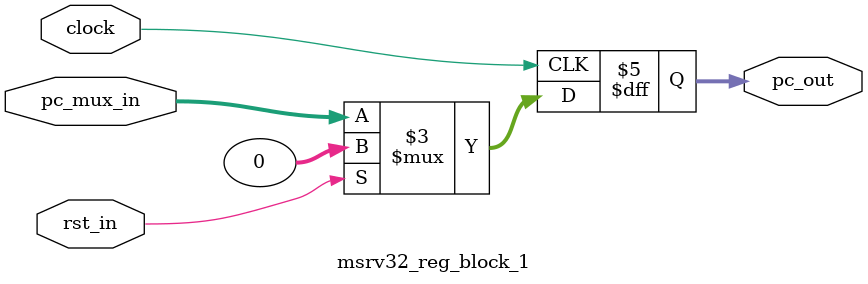
<source format=v>
/*********************************

//File Name: msrv32_reg_block_1.v

//Module Name: msrv32_reg_block_1

//Description: This module will be used to register the input signal (pipelined stage 1).

//Dependencies: msrv32_gdef.vh

//Version: 1.0

//Engineer: Nishikant

//Email: tech_support@maven-silicon.com

//************************************/


module msrv32_reg_block_1(input             clock,rst_in,
                          input      [31:0] pc_mux_in,
                          output reg [31:0] pc_out
                         );
								
   parameter BOOT_ADDRESS = 0;
   always@(posedge clock)
   begin
      if(rst_in)
         pc_out <= BOOT_ADDRESS;
      else
         pc_out <= pc_mux_in;
   end
endmodule

</source>
